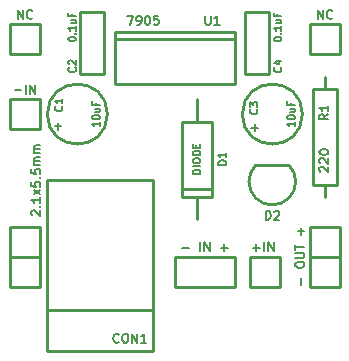
<source format=gto>
G04 (created by PCBNEW (22-Jun-2014 BZR 4027)-stable) date Sun 09 Jul 2017 03:14:30 PM CDT*
%MOIN*%
G04 Gerber Fmt 3.4, Leading zero omitted, Abs format*
%FSLAX34Y34*%
G01*
G70*
G90*
G04 APERTURE LIST*
%ADD10C,0.00590551*%
%ADD11C,0.006*%
%ADD12C,0.01*%
%ADD13C,0.005*%
G04 APERTURE END LIST*
G54D10*
G54D11*
X107764Y-43571D02*
X107764Y-43271D01*
X107935Y-43571D01*
X107935Y-43271D01*
X108250Y-43542D02*
X108235Y-43557D01*
X108192Y-43571D01*
X108164Y-43571D01*
X108121Y-43557D01*
X108092Y-43528D01*
X108078Y-43500D01*
X108064Y-43442D01*
X108064Y-43400D01*
X108078Y-43342D01*
X108092Y-43314D01*
X108121Y-43285D01*
X108164Y-43271D01*
X108192Y-43271D01*
X108235Y-43285D01*
X108250Y-43300D01*
X97764Y-43571D02*
X97764Y-43271D01*
X97935Y-43571D01*
X97935Y-43271D01*
X98250Y-43542D02*
X98235Y-43557D01*
X98192Y-43571D01*
X98164Y-43571D01*
X98121Y-43557D01*
X98092Y-43528D01*
X98078Y-43500D01*
X98064Y-43442D01*
X98064Y-43400D01*
X98078Y-43342D01*
X98092Y-43314D01*
X98121Y-43285D01*
X98164Y-43271D01*
X98192Y-43271D01*
X98235Y-43285D01*
X98250Y-43300D01*
X107207Y-52457D02*
X107207Y-52228D01*
X107021Y-51800D02*
X107021Y-51742D01*
X107035Y-51714D01*
X107064Y-51685D01*
X107121Y-51671D01*
X107221Y-51671D01*
X107278Y-51685D01*
X107307Y-51714D01*
X107321Y-51742D01*
X107321Y-51800D01*
X107307Y-51828D01*
X107278Y-51857D01*
X107221Y-51871D01*
X107121Y-51871D01*
X107064Y-51857D01*
X107035Y-51828D01*
X107021Y-51800D01*
X107021Y-51542D02*
X107264Y-51542D01*
X107292Y-51528D01*
X107307Y-51514D01*
X107321Y-51485D01*
X107321Y-51428D01*
X107307Y-51399D01*
X107292Y-51385D01*
X107264Y-51371D01*
X107021Y-51371D01*
X107021Y-51271D02*
X107021Y-51099D01*
X107321Y-51185D02*
X107021Y-51185D01*
X107207Y-50771D02*
X107207Y-50542D01*
X107321Y-50657D02*
X107092Y-50657D01*
X97657Y-45957D02*
X97885Y-45957D01*
X98028Y-46071D02*
X98028Y-45771D01*
X98171Y-46071D02*
X98171Y-45771D01*
X98342Y-46071D01*
X98342Y-45771D01*
X103242Y-51207D02*
X103471Y-51207D01*
X103842Y-51321D02*
X103842Y-51021D01*
X103985Y-51321D02*
X103985Y-51021D01*
X104157Y-51321D01*
X104157Y-51021D01*
X104528Y-51207D02*
X104757Y-51207D01*
X104642Y-51321D02*
X104642Y-51092D01*
X105607Y-51207D02*
X105835Y-51207D01*
X105721Y-51321D02*
X105721Y-51092D01*
X105978Y-51321D02*
X105978Y-51021D01*
X106121Y-51321D02*
X106121Y-51021D01*
X106292Y-51321D01*
X106292Y-51021D01*
G54D12*
X101000Y-44250D02*
X101000Y-44000D01*
X101000Y-44000D02*
X105000Y-44000D01*
X105000Y-44000D02*
X105000Y-44250D01*
X101000Y-45750D02*
X101000Y-44250D01*
X101000Y-44250D02*
X105000Y-44250D01*
X105000Y-44250D02*
X105000Y-45750D01*
X105000Y-45750D02*
X101000Y-45750D01*
X105000Y-52500D02*
X103000Y-52500D01*
X103000Y-52500D02*
X103000Y-51500D01*
X103000Y-51500D02*
X105000Y-51500D01*
X105000Y-51500D02*
X105000Y-52500D01*
X106500Y-51500D02*
X105500Y-51500D01*
X106500Y-52500D02*
X105500Y-52500D01*
X106500Y-51500D02*
X106500Y-52500D01*
X105500Y-52500D02*
X105500Y-51500D01*
X98500Y-46250D02*
X97500Y-46250D01*
X98500Y-47250D02*
X97500Y-47250D01*
X98500Y-46250D02*
X98500Y-47250D01*
X97500Y-47250D02*
X97500Y-46250D01*
X108500Y-51500D02*
X107500Y-51500D01*
X108500Y-52500D02*
X107500Y-52500D01*
X108500Y-51500D02*
X108500Y-52500D01*
X107500Y-52500D02*
X107500Y-51500D01*
X108500Y-50500D02*
X107500Y-50500D01*
X108500Y-51500D02*
X107500Y-51500D01*
X108500Y-50500D02*
X108500Y-51500D01*
X107500Y-51500D02*
X107500Y-50500D01*
X108500Y-43750D02*
X107500Y-43750D01*
X108500Y-44750D02*
X107500Y-44750D01*
X108500Y-43750D02*
X108500Y-44750D01*
X107500Y-44750D02*
X107500Y-43750D01*
X98500Y-43750D02*
X97500Y-43750D01*
X98500Y-44750D02*
X97500Y-44750D01*
X98500Y-43750D02*
X98500Y-44750D01*
X97500Y-44750D02*
X97500Y-43750D01*
X108000Y-45500D02*
X108000Y-45900D01*
X108000Y-45900D02*
X108400Y-45900D01*
X108400Y-45900D02*
X108400Y-49100D01*
X108400Y-49100D02*
X107600Y-49100D01*
X107600Y-49100D02*
X107600Y-45900D01*
X107600Y-45900D02*
X108000Y-45900D01*
X108000Y-49500D02*
X108000Y-49100D01*
X105698Y-48448D02*
X106801Y-48448D01*
X106801Y-49551D02*
G75*
G03X106801Y-48448I-551J551D01*
G74*
G01*
X105698Y-49551D02*
G75*
G03X106801Y-49551I551J551D01*
G74*
G01*
X105698Y-48448D02*
G75*
G03X105698Y-49551I551J-551D01*
G74*
G01*
X103750Y-46250D02*
X103750Y-47000D01*
X103750Y-49500D02*
X103750Y-50250D01*
X104250Y-49250D02*
X103250Y-49250D01*
X103250Y-47000D02*
X103250Y-49500D01*
X104250Y-47000D02*
X103250Y-47000D01*
X104250Y-49500D02*
X103250Y-49500D01*
X104250Y-47000D02*
X104250Y-49500D01*
X99850Y-43350D02*
X99850Y-45400D01*
X100650Y-43350D02*
X100650Y-45400D01*
X100650Y-45400D02*
X99850Y-45400D01*
X99850Y-43350D02*
X100650Y-43350D01*
X105350Y-43350D02*
X105350Y-45400D01*
X106150Y-43350D02*
X106150Y-45400D01*
X106150Y-45400D02*
X105350Y-45400D01*
X105350Y-43350D02*
X106150Y-43350D01*
X98728Y-53265D02*
X102272Y-53265D01*
X98728Y-54643D02*
X102272Y-54643D01*
X102272Y-54643D02*
X102272Y-48934D01*
X102272Y-48934D02*
X98728Y-48934D01*
X98728Y-48934D02*
X98728Y-54643D01*
X98500Y-51500D02*
X97500Y-51500D01*
X98500Y-52500D02*
X97500Y-52500D01*
X98500Y-51500D02*
X98500Y-52500D01*
X97500Y-52500D02*
X97500Y-51500D01*
X98500Y-50500D02*
X97500Y-50500D01*
X98500Y-51500D02*
X97500Y-51500D01*
X98500Y-50500D02*
X98500Y-51500D01*
X97500Y-51500D02*
X97500Y-50500D01*
X100750Y-46750D02*
G75*
G03X100750Y-46750I-1000J0D01*
G74*
G01*
X107250Y-46750D02*
G75*
G03X107250Y-46750I-1000J0D01*
G74*
G01*
G54D11*
X104021Y-43471D02*
X104021Y-43714D01*
X104035Y-43742D01*
X104050Y-43757D01*
X104078Y-43771D01*
X104135Y-43771D01*
X104164Y-43757D01*
X104178Y-43742D01*
X104192Y-43714D01*
X104192Y-43471D01*
X104492Y-43771D02*
X104321Y-43771D01*
X104407Y-43771D02*
X104407Y-43471D01*
X104378Y-43514D01*
X104350Y-43542D01*
X104321Y-43557D01*
X101421Y-43471D02*
X101621Y-43471D01*
X101492Y-43771D01*
X101750Y-43771D02*
X101807Y-43771D01*
X101835Y-43757D01*
X101850Y-43742D01*
X101878Y-43700D01*
X101892Y-43642D01*
X101892Y-43528D01*
X101878Y-43500D01*
X101864Y-43485D01*
X101835Y-43471D01*
X101778Y-43471D01*
X101750Y-43485D01*
X101735Y-43500D01*
X101721Y-43528D01*
X101721Y-43600D01*
X101735Y-43628D01*
X101750Y-43642D01*
X101778Y-43657D01*
X101835Y-43657D01*
X101864Y-43642D01*
X101878Y-43628D01*
X101892Y-43600D01*
X102078Y-43471D02*
X102107Y-43471D01*
X102135Y-43485D01*
X102150Y-43500D01*
X102164Y-43528D01*
X102178Y-43585D01*
X102178Y-43657D01*
X102164Y-43714D01*
X102150Y-43742D01*
X102135Y-43757D01*
X102107Y-43771D01*
X102078Y-43771D01*
X102050Y-43757D01*
X102035Y-43742D01*
X102021Y-43714D01*
X102007Y-43657D01*
X102007Y-43585D01*
X102021Y-43528D01*
X102035Y-43500D01*
X102050Y-43485D01*
X102078Y-43471D01*
X102450Y-43471D02*
X102307Y-43471D01*
X102292Y-43614D01*
X102307Y-43600D01*
X102335Y-43585D01*
X102407Y-43585D01*
X102435Y-43600D01*
X102450Y-43614D01*
X102464Y-43642D01*
X102464Y-43714D01*
X102450Y-43742D01*
X102435Y-43757D01*
X102407Y-43771D01*
X102335Y-43771D01*
X102307Y-43757D01*
X102292Y-43742D01*
X108121Y-46750D02*
X107978Y-46850D01*
X108121Y-46921D02*
X107821Y-46921D01*
X107821Y-46807D01*
X107835Y-46778D01*
X107850Y-46764D01*
X107878Y-46750D01*
X107921Y-46750D01*
X107950Y-46764D01*
X107964Y-46778D01*
X107978Y-46807D01*
X107978Y-46921D01*
X108121Y-46464D02*
X108121Y-46635D01*
X108121Y-46550D02*
X107821Y-46550D01*
X107864Y-46578D01*
X107892Y-46607D01*
X107907Y-46635D01*
X107850Y-48671D02*
X107835Y-48657D01*
X107821Y-48628D01*
X107821Y-48557D01*
X107835Y-48528D01*
X107850Y-48514D01*
X107878Y-48500D01*
X107907Y-48500D01*
X107950Y-48514D01*
X108121Y-48685D01*
X108121Y-48500D01*
X107850Y-48385D02*
X107835Y-48371D01*
X107821Y-48342D01*
X107821Y-48271D01*
X107835Y-48242D01*
X107850Y-48228D01*
X107878Y-48214D01*
X107907Y-48214D01*
X107950Y-48228D01*
X108121Y-48400D01*
X108121Y-48214D01*
X107821Y-48028D02*
X107821Y-48000D01*
X107835Y-47971D01*
X107850Y-47957D01*
X107878Y-47942D01*
X107935Y-47928D01*
X108007Y-47928D01*
X108064Y-47942D01*
X108092Y-47957D01*
X108107Y-47971D01*
X108121Y-48000D01*
X108121Y-48028D01*
X108107Y-48057D01*
X108092Y-48071D01*
X108064Y-48085D01*
X108007Y-48100D01*
X107935Y-48100D01*
X107878Y-48085D01*
X107850Y-48071D01*
X107835Y-48057D01*
X107821Y-48028D01*
X106028Y-50271D02*
X106028Y-49971D01*
X106100Y-49971D01*
X106142Y-49985D01*
X106171Y-50014D01*
X106185Y-50042D01*
X106200Y-50100D01*
X106200Y-50142D01*
X106185Y-50200D01*
X106171Y-50228D01*
X106142Y-50257D01*
X106100Y-50271D01*
X106028Y-50271D01*
X106314Y-50000D02*
X106328Y-49985D01*
X106357Y-49971D01*
X106428Y-49971D01*
X106457Y-49985D01*
X106471Y-50000D01*
X106485Y-50028D01*
X106485Y-50057D01*
X106471Y-50100D01*
X106300Y-50271D01*
X106485Y-50271D01*
G54D13*
X104701Y-48434D02*
X104451Y-48434D01*
X104451Y-48375D01*
X104463Y-48339D01*
X104486Y-48315D01*
X104510Y-48303D01*
X104558Y-48291D01*
X104594Y-48291D01*
X104641Y-48303D01*
X104665Y-48315D01*
X104689Y-48339D01*
X104701Y-48375D01*
X104701Y-48434D01*
X104701Y-48053D02*
X104701Y-48196D01*
X104701Y-48125D02*
X104451Y-48125D01*
X104486Y-48148D01*
X104510Y-48172D01*
X104522Y-48196D01*
X103851Y-48744D02*
X103601Y-48744D01*
X103601Y-48684D01*
X103613Y-48648D01*
X103636Y-48625D01*
X103660Y-48613D01*
X103708Y-48601D01*
X103744Y-48601D01*
X103791Y-48613D01*
X103815Y-48625D01*
X103839Y-48648D01*
X103851Y-48684D01*
X103851Y-48744D01*
X103851Y-48494D02*
X103601Y-48494D01*
X103601Y-48327D02*
X103601Y-48279D01*
X103613Y-48255D01*
X103636Y-48232D01*
X103684Y-48220D01*
X103767Y-48220D01*
X103815Y-48232D01*
X103839Y-48255D01*
X103851Y-48279D01*
X103851Y-48327D01*
X103839Y-48351D01*
X103815Y-48375D01*
X103767Y-48386D01*
X103684Y-48386D01*
X103636Y-48375D01*
X103613Y-48351D01*
X103601Y-48327D01*
X103851Y-48113D02*
X103601Y-48113D01*
X103601Y-48053D01*
X103613Y-48017D01*
X103636Y-47994D01*
X103660Y-47982D01*
X103708Y-47970D01*
X103744Y-47970D01*
X103791Y-47982D01*
X103815Y-47994D01*
X103839Y-48017D01*
X103851Y-48053D01*
X103851Y-48113D01*
X103720Y-47863D02*
X103720Y-47779D01*
X103851Y-47744D02*
X103851Y-47863D01*
X103601Y-47863D01*
X103601Y-47744D01*
X99677Y-45191D02*
X99689Y-45203D01*
X99701Y-45239D01*
X99701Y-45263D01*
X99689Y-45298D01*
X99665Y-45322D01*
X99641Y-45334D01*
X99594Y-45346D01*
X99558Y-45346D01*
X99510Y-45334D01*
X99486Y-45322D01*
X99463Y-45298D01*
X99451Y-45263D01*
X99451Y-45239D01*
X99463Y-45203D01*
X99475Y-45191D01*
X99475Y-45096D02*
X99463Y-45084D01*
X99451Y-45060D01*
X99451Y-45001D01*
X99463Y-44977D01*
X99475Y-44965D01*
X99498Y-44953D01*
X99522Y-44953D01*
X99558Y-44965D01*
X99701Y-45108D01*
X99701Y-44953D01*
X99451Y-44260D02*
X99451Y-44236D01*
X99463Y-44213D01*
X99475Y-44201D01*
X99498Y-44189D01*
X99546Y-44177D01*
X99605Y-44177D01*
X99653Y-44189D01*
X99677Y-44201D01*
X99689Y-44213D01*
X99701Y-44236D01*
X99701Y-44260D01*
X99689Y-44284D01*
X99677Y-44296D01*
X99653Y-44308D01*
X99605Y-44320D01*
X99546Y-44320D01*
X99498Y-44308D01*
X99475Y-44296D01*
X99463Y-44284D01*
X99451Y-44260D01*
X99677Y-44070D02*
X99689Y-44058D01*
X99701Y-44070D01*
X99689Y-44082D01*
X99677Y-44070D01*
X99701Y-44070D01*
X99701Y-43820D02*
X99701Y-43963D01*
X99701Y-43891D02*
X99451Y-43891D01*
X99486Y-43915D01*
X99510Y-43939D01*
X99522Y-43963D01*
X99534Y-43605D02*
X99701Y-43605D01*
X99534Y-43713D02*
X99665Y-43713D01*
X99689Y-43701D01*
X99701Y-43677D01*
X99701Y-43641D01*
X99689Y-43617D01*
X99677Y-43605D01*
X99570Y-43403D02*
X99570Y-43486D01*
X99701Y-43486D02*
X99451Y-43486D01*
X99451Y-43367D01*
X106527Y-45191D02*
X106539Y-45203D01*
X106551Y-45239D01*
X106551Y-45263D01*
X106539Y-45298D01*
X106515Y-45322D01*
X106491Y-45334D01*
X106444Y-45346D01*
X106408Y-45346D01*
X106360Y-45334D01*
X106336Y-45322D01*
X106313Y-45298D01*
X106301Y-45263D01*
X106301Y-45239D01*
X106313Y-45203D01*
X106325Y-45191D01*
X106384Y-44977D02*
X106551Y-44977D01*
X106289Y-45036D02*
X106467Y-45096D01*
X106467Y-44941D01*
X106301Y-44260D02*
X106301Y-44236D01*
X106313Y-44213D01*
X106325Y-44201D01*
X106348Y-44189D01*
X106396Y-44177D01*
X106455Y-44177D01*
X106503Y-44189D01*
X106527Y-44201D01*
X106539Y-44213D01*
X106551Y-44236D01*
X106551Y-44260D01*
X106539Y-44284D01*
X106527Y-44296D01*
X106503Y-44308D01*
X106455Y-44320D01*
X106396Y-44320D01*
X106348Y-44308D01*
X106325Y-44296D01*
X106313Y-44284D01*
X106301Y-44260D01*
X106527Y-44070D02*
X106539Y-44058D01*
X106551Y-44070D01*
X106539Y-44082D01*
X106527Y-44070D01*
X106551Y-44070D01*
X106551Y-43820D02*
X106551Y-43963D01*
X106551Y-43891D02*
X106301Y-43891D01*
X106336Y-43915D01*
X106360Y-43939D01*
X106372Y-43963D01*
X106384Y-43605D02*
X106551Y-43605D01*
X106384Y-43713D02*
X106515Y-43713D01*
X106539Y-43701D01*
X106551Y-43677D01*
X106551Y-43641D01*
X106539Y-43617D01*
X106527Y-43605D01*
X106420Y-43403D02*
X106420Y-43486D01*
X106551Y-43486D02*
X106301Y-43486D01*
X106301Y-43367D01*
G54D11*
X101135Y-54342D02*
X101121Y-54357D01*
X101078Y-54371D01*
X101050Y-54371D01*
X101007Y-54357D01*
X100978Y-54328D01*
X100964Y-54300D01*
X100950Y-54242D01*
X100950Y-54200D01*
X100964Y-54142D01*
X100978Y-54114D01*
X101007Y-54085D01*
X101050Y-54071D01*
X101078Y-54071D01*
X101121Y-54085D01*
X101135Y-54100D01*
X101321Y-54071D02*
X101378Y-54071D01*
X101407Y-54085D01*
X101435Y-54114D01*
X101450Y-54171D01*
X101450Y-54271D01*
X101435Y-54328D01*
X101407Y-54357D01*
X101378Y-54371D01*
X101321Y-54371D01*
X101292Y-54357D01*
X101264Y-54328D01*
X101250Y-54271D01*
X101250Y-54171D01*
X101264Y-54114D01*
X101292Y-54085D01*
X101321Y-54071D01*
X101578Y-54371D02*
X101578Y-54071D01*
X101750Y-54371D01*
X101750Y-54071D01*
X102050Y-54371D02*
X101878Y-54371D01*
X101964Y-54371D02*
X101964Y-54071D01*
X101935Y-54114D01*
X101907Y-54142D01*
X101878Y-54157D01*
X98250Y-50128D02*
X98235Y-50114D01*
X98221Y-50085D01*
X98221Y-50014D01*
X98235Y-49985D01*
X98250Y-49971D01*
X98278Y-49957D01*
X98307Y-49957D01*
X98350Y-49971D01*
X98521Y-50142D01*
X98521Y-49957D01*
X98492Y-49828D02*
X98507Y-49814D01*
X98521Y-49828D01*
X98507Y-49842D01*
X98492Y-49828D01*
X98521Y-49828D01*
X98521Y-49528D02*
X98521Y-49699D01*
X98521Y-49614D02*
X98221Y-49614D01*
X98264Y-49642D01*
X98292Y-49671D01*
X98307Y-49699D01*
X98521Y-49428D02*
X98321Y-49271D01*
X98321Y-49428D02*
X98521Y-49271D01*
X98221Y-49014D02*
X98221Y-49157D01*
X98364Y-49171D01*
X98350Y-49157D01*
X98335Y-49128D01*
X98335Y-49057D01*
X98350Y-49028D01*
X98364Y-49014D01*
X98392Y-49000D01*
X98464Y-49000D01*
X98492Y-49014D01*
X98507Y-49028D01*
X98521Y-49057D01*
X98521Y-49128D01*
X98507Y-49157D01*
X98492Y-49171D01*
X98492Y-48871D02*
X98507Y-48857D01*
X98521Y-48871D01*
X98507Y-48885D01*
X98492Y-48871D01*
X98521Y-48871D01*
X98221Y-48585D02*
X98221Y-48728D01*
X98364Y-48742D01*
X98350Y-48728D01*
X98335Y-48700D01*
X98335Y-48628D01*
X98350Y-48600D01*
X98364Y-48585D01*
X98392Y-48571D01*
X98464Y-48571D01*
X98492Y-48585D01*
X98507Y-48600D01*
X98521Y-48628D01*
X98521Y-48700D01*
X98507Y-48728D01*
X98492Y-48742D01*
X98521Y-48442D02*
X98321Y-48442D01*
X98350Y-48442D02*
X98335Y-48428D01*
X98321Y-48400D01*
X98321Y-48357D01*
X98335Y-48328D01*
X98364Y-48314D01*
X98521Y-48314D01*
X98364Y-48314D02*
X98335Y-48300D01*
X98321Y-48271D01*
X98321Y-48228D01*
X98335Y-48200D01*
X98364Y-48185D01*
X98521Y-48185D01*
X98521Y-48042D02*
X98321Y-48042D01*
X98350Y-48042D02*
X98335Y-48028D01*
X98321Y-48000D01*
X98321Y-47957D01*
X98335Y-47928D01*
X98364Y-47914D01*
X98521Y-47914D01*
X98364Y-47914D02*
X98335Y-47900D01*
X98321Y-47871D01*
X98321Y-47828D01*
X98335Y-47800D01*
X98364Y-47785D01*
X98521Y-47785D01*
G54D13*
X99227Y-46491D02*
X99239Y-46503D01*
X99251Y-46539D01*
X99251Y-46563D01*
X99239Y-46598D01*
X99215Y-46622D01*
X99191Y-46634D01*
X99144Y-46646D01*
X99108Y-46646D01*
X99060Y-46634D01*
X99036Y-46622D01*
X99013Y-46598D01*
X99001Y-46563D01*
X99001Y-46539D01*
X99013Y-46503D01*
X99025Y-46491D01*
X99251Y-46253D02*
X99251Y-46396D01*
X99251Y-46325D02*
X99001Y-46325D01*
X99036Y-46348D01*
X99060Y-46372D01*
X99072Y-46396D01*
X100501Y-47017D02*
X100501Y-47160D01*
X100501Y-47089D02*
X100251Y-47089D01*
X100286Y-47113D01*
X100310Y-47136D01*
X100322Y-47160D01*
X100251Y-46863D02*
X100251Y-46839D01*
X100263Y-46815D01*
X100275Y-46803D01*
X100298Y-46791D01*
X100346Y-46779D01*
X100405Y-46779D01*
X100453Y-46791D01*
X100477Y-46803D01*
X100489Y-46815D01*
X100501Y-46839D01*
X100501Y-46863D01*
X100489Y-46886D01*
X100477Y-46898D01*
X100453Y-46910D01*
X100405Y-46922D01*
X100346Y-46922D01*
X100298Y-46910D01*
X100275Y-46898D01*
X100263Y-46886D01*
X100251Y-46863D01*
X100334Y-46565D02*
X100501Y-46565D01*
X100334Y-46672D02*
X100465Y-46672D01*
X100489Y-46660D01*
X100501Y-46636D01*
X100501Y-46601D01*
X100489Y-46577D01*
X100477Y-46565D01*
X100370Y-46363D02*
X100370Y-46446D01*
X100501Y-46446D02*
X100251Y-46446D01*
X100251Y-46327D01*
G54D11*
X99107Y-47264D02*
X99107Y-47035D01*
X99221Y-47150D02*
X98992Y-47150D01*
G54D13*
X105727Y-46591D02*
X105739Y-46603D01*
X105751Y-46639D01*
X105751Y-46663D01*
X105739Y-46698D01*
X105715Y-46722D01*
X105691Y-46734D01*
X105644Y-46746D01*
X105608Y-46746D01*
X105560Y-46734D01*
X105536Y-46722D01*
X105513Y-46698D01*
X105501Y-46663D01*
X105501Y-46639D01*
X105513Y-46603D01*
X105525Y-46591D01*
X105501Y-46508D02*
X105501Y-46353D01*
X105596Y-46436D01*
X105596Y-46401D01*
X105608Y-46377D01*
X105620Y-46365D01*
X105644Y-46353D01*
X105703Y-46353D01*
X105727Y-46365D01*
X105739Y-46377D01*
X105751Y-46401D01*
X105751Y-46472D01*
X105739Y-46496D01*
X105727Y-46508D01*
X107001Y-47017D02*
X107001Y-47160D01*
X107001Y-47089D02*
X106751Y-47089D01*
X106786Y-47113D01*
X106810Y-47136D01*
X106822Y-47160D01*
X106751Y-46863D02*
X106751Y-46839D01*
X106763Y-46815D01*
X106775Y-46803D01*
X106798Y-46791D01*
X106846Y-46779D01*
X106905Y-46779D01*
X106953Y-46791D01*
X106977Y-46803D01*
X106989Y-46815D01*
X107001Y-46839D01*
X107001Y-46863D01*
X106989Y-46886D01*
X106977Y-46898D01*
X106953Y-46910D01*
X106905Y-46922D01*
X106846Y-46922D01*
X106798Y-46910D01*
X106775Y-46898D01*
X106763Y-46886D01*
X106751Y-46863D01*
X106834Y-46565D02*
X107001Y-46565D01*
X106834Y-46672D02*
X106965Y-46672D01*
X106989Y-46660D01*
X107001Y-46636D01*
X107001Y-46601D01*
X106989Y-46577D01*
X106977Y-46565D01*
X106870Y-46363D02*
X106870Y-46446D01*
X107001Y-46446D02*
X106751Y-46446D01*
X106751Y-46327D01*
G54D11*
X105657Y-47314D02*
X105657Y-47085D01*
X105771Y-47200D02*
X105542Y-47200D01*
M02*

</source>
